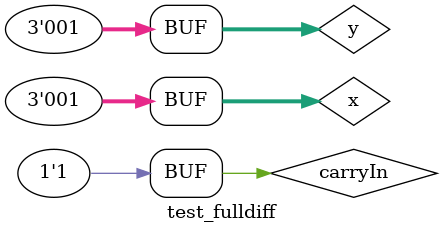
<source format=v>
module Diff (output s, input a, input b, input carryIn);
   wire s0;

   xor XOR1 (s0, a, b);
   xor XOR2 (s, s0, carryIn);

endmodule

module fulldiff (output carryOut, input a, input b, input carryIn);
   wire s1, s2, s3, s4;

   xor XOR3 (s1, b, carryIn);
   not NOT1 (s2, a);
   and AND1 (s3, s1, s2);
   and AND2 (s4, b, carryIn);
   or OR1 (carryOut, s4, s3);

endmodule

module fulldiff1 (output [2:0] s, output carryOut, input [2:0] a, input [2:0] b, input carryIn);
   wire s1, s2;

   Diff DIFF1 (s[0], a[0], b[0], carryIn);
   fulldiff FULL1 (s1, a[0], b[0], carryIn);

   Diff DIFF2 (s[1], a[1], b[1], s1);
   fulldiff FULL2 (s2, a[1], b[1], carryIn);

   Diff DIFF3 (s[2], a[2], b[2], s2);
   fulldiff FULL3 (carryOut, a[2], b[2], carryIn);

endmodule

module test_fulldiff;

   reg [2:0] x;
   reg [2:0] y;
   reg carryIn;
   wire carryOut;
   wire [2:0] diff;

   fulldiff1 FULL (diff, carryOut, x, y, carryIn);

initial begin
   $display("Exemplo0022 - Breno Macena - 462017");
   $display("Test ALUs full diff");

#1 x = 3'b000; y = 3'b000; carryIn = 3'b000;
#1 $monitor("%b - %b - %b = %b %b",x,y,carryIn,carryOut,diff);

#1 x = 3'b000; y = 3'b000; carryIn = 3'b001;
#1 x = 3'b000; y = 3'b001; carryIn = 3'b000;
#1 x = 3'b001; y = 3'b000; carryIn = 3'b000;
#1 x = 3'b000; y = 3'b001; carryIn = 3'b001;
#1 x = 3'b001; y = 3'b001; carryIn = 3'b001;

end
endmodule
</source>
